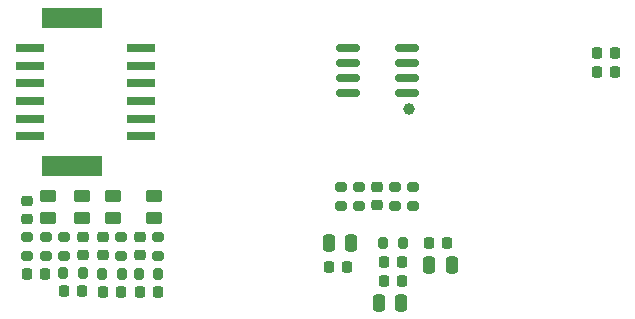
<source format=gtp>
G04 #@! TF.GenerationSoftware,KiCad,Pcbnew,(6.0.5)*
G04 #@! TF.CreationDate,2022-08-10T11:04:04+08:00*
G04 #@! TF.ProjectId,SX7H02050048,53583748-3032-4303-9530-3034382e6b69,rev?*
G04 #@! TF.SameCoordinates,PX59a5380PY6d321a0*
G04 #@! TF.FileFunction,Paste,Top*
G04 #@! TF.FilePolarity,Positive*
%FSLAX46Y46*%
G04 Gerber Fmt 4.6, Leading zero omitted, Abs format (unit mm)*
G04 Created by KiCad (PCBNEW (6.0.5)) date 2022-08-10 11:04:04*
%MOMM*%
%LPD*%
G01*
G04 APERTURE LIST*
G04 Aperture macros list*
%AMRoundRect*
0 Rectangle with rounded corners*
0 $1 Rounding radius*
0 $2 $3 $4 $5 $6 $7 $8 $9 X,Y pos of 4 corners*
0 Add a 4 corners polygon primitive as box body*
4,1,4,$2,$3,$4,$5,$6,$7,$8,$9,$2,$3,0*
0 Add four circle primitives for the rounded corners*
1,1,$1+$1,$2,$3*
1,1,$1+$1,$4,$5*
1,1,$1+$1,$6,$7*
1,1,$1+$1,$8,$9*
0 Add four rect primitives between the rounded corners*
20,1,$1+$1,$2,$3,$4,$5,0*
20,1,$1+$1,$4,$5,$6,$7,0*
20,1,$1+$1,$6,$7,$8,$9,0*
20,1,$1+$1,$8,$9,$2,$3,0*%
G04 Aperture macros list end*
%ADD10RoundRect,0.200000X0.275000X-0.200000X0.275000X0.200000X-0.275000X0.200000X-0.275000X-0.200000X0*%
%ADD11RoundRect,0.225000X0.225000X0.250000X-0.225000X0.250000X-0.225000X-0.250000X0.225000X-0.250000X0*%
%ADD12RoundRect,0.225000X-0.225000X-0.250000X0.225000X-0.250000X0.225000X0.250000X-0.225000X0.250000X0*%
%ADD13RoundRect,0.225000X-0.250000X0.225000X-0.250000X-0.225000X0.250000X-0.225000X0.250000X0.225000X0*%
%ADD14C,1.000000*%
%ADD15RoundRect,0.150000X0.825000X0.150000X-0.825000X0.150000X-0.825000X-0.150000X0.825000X-0.150000X0*%
%ADD16RoundRect,0.250000X-0.450000X0.262500X-0.450000X-0.262500X0.450000X-0.262500X0.450000X0.262500X0*%
%ADD17RoundRect,0.200000X-0.200000X-0.275000X0.200000X-0.275000X0.200000X0.275000X-0.200000X0.275000X0*%
%ADD18RoundRect,0.200000X-0.275000X0.200000X-0.275000X-0.200000X0.275000X-0.200000X0.275000X0.200000X0*%
%ADD19RoundRect,0.250000X0.250000X0.475000X-0.250000X0.475000X-0.250000X-0.475000X0.250000X-0.475000X0*%
%ADD20RoundRect,0.250000X-0.250000X-0.475000X0.250000X-0.475000X0.250000X0.475000X-0.250000X0.475000X0*%
%ADD21RoundRect,0.200000X0.200000X0.275000X-0.200000X0.275000X-0.200000X-0.275000X0.200000X-0.275000X0*%
%ADD22R,2.450000X0.800000*%
%ADD23R,5.050000X1.800000*%
%ADD24RoundRect,0.225000X0.250000X-0.225000X0.250000X0.225000X-0.250000X0.225000X-0.250000X-0.225000X0*%
G04 APERTURE END LIST*
D10*
G04 #@! TO.C,R124*
X5466400Y19022400D03*
X5466400Y20672400D03*
G04 #@! TD*
D11*
G04 #@! TO.C,C121*
X34061000Y16921760D03*
X32511000Y16921760D03*
G04 #@! TD*
D12*
G04 #@! TO.C,C144*
X50555000Y36200000D03*
X52105000Y36200000D03*
G04 #@! TD*
D13*
G04 #@! TO.C,C129*
X7041200Y20622400D03*
X7041200Y19072400D03*
G04 #@! TD*
D12*
G04 #@! TO.C,C118*
X36323000Y20100760D03*
X37873000Y20100760D03*
G04 #@! TD*
D14*
G04 #@! TO.C,U103*
X34651000Y31442000D03*
D15*
X34459000Y32839000D03*
X34459000Y34109000D03*
X34459000Y35379000D03*
X34459000Y36649000D03*
X29509000Y36649000D03*
X29509000Y35379000D03*
X29509000Y34109000D03*
X29509000Y32839000D03*
G04 #@! TD*
D16*
G04 #@! TO.C,R132*
X6956533Y24074100D03*
X6956533Y22249100D03*
G04 #@! TD*
G04 #@! TO.C,R131*
X13069466Y24074100D03*
X13069466Y22249100D03*
G04 #@! TD*
D11*
G04 #@! TO.C,C124*
X13404200Y15998800D03*
X11854200Y15998800D03*
G04 #@! TD*
D17*
G04 #@! TO.C,R127*
X11804200Y17522800D03*
X13454200Y17522800D03*
G04 #@! TD*
D11*
G04 #@! TO.C,C145*
X52095000Y34630000D03*
X50545000Y34630000D03*
G04 #@! TD*
D17*
G04 #@! TO.C,R126*
X8705400Y17522800D03*
X10355400Y17522800D03*
G04 #@! TD*
D18*
G04 #@! TO.C,R110*
X30460000Y24901000D03*
X30460000Y23251000D03*
G04 #@! TD*
D12*
G04 #@! TO.C,C113*
X27907000Y18107000D03*
X29457000Y18107000D03*
G04 #@! TD*
D19*
G04 #@! TO.C,C119*
X34016000Y15059000D03*
X32116000Y15059000D03*
G04 #@! TD*
D13*
G04 #@! TO.C,C128*
X11867200Y20622400D03*
X11867200Y19072400D03*
G04 #@! TD*
D18*
G04 #@! TO.C,R119*
X28936000Y24901000D03*
X28936000Y23251000D03*
G04 #@! TD*
D13*
G04 #@! TO.C,C127*
X8717600Y20622400D03*
X8717600Y19072400D03*
G04 #@! TD*
G04 #@! TO.C,C122*
X31984000Y24851000D03*
X31984000Y23301000D03*
G04 #@! TD*
D16*
G04 #@! TO.C,R133*
X4094800Y24074100D03*
X4094800Y22249100D03*
G04 #@! TD*
D10*
G04 #@! TO.C,R116*
X33508000Y23251000D03*
X33508000Y24901000D03*
G04 #@! TD*
D12*
G04 #@! TO.C,C125*
X5453400Y16049600D03*
X7003400Y16049600D03*
G04 #@! TD*
G04 #@! TO.C,C126*
X2303800Y17522800D03*
X3853800Y17522800D03*
G04 #@! TD*
D10*
G04 #@! TO.C,R122*
X10292400Y19022400D03*
X10292400Y20672400D03*
G04 #@! TD*
D20*
G04 #@! TO.C,C116*
X27859000Y20139000D03*
X29759000Y20139000D03*
G04 #@! TD*
D21*
G04 #@! TO.C,L103*
X34145000Y20139000D03*
X32495000Y20139000D03*
G04 #@! TD*
D22*
G04 #@! TO.C,J2*
X11944400Y36647700D03*
X2544393Y36647700D03*
X11944400Y35147700D03*
X2544393Y35147700D03*
X11944400Y33647701D03*
X2544393Y33647701D03*
X11944400Y32147699D03*
X2544393Y32147699D03*
X11944400Y30647699D03*
X2544393Y30647699D03*
X11944400Y29147700D03*
X2544393Y29147700D03*
D23*
X6144386Y39177700D03*
X6144386Y26617700D03*
G04 #@! TD*
D24*
G04 #@! TO.C,C130*
X2316800Y22132600D03*
X2316800Y23682600D03*
G04 #@! TD*
D16*
G04 #@! TO.C,R130*
X9632000Y24074100D03*
X9632000Y22249100D03*
G04 #@! TD*
D20*
G04 #@! TO.C,C117*
X36368000Y18234000D03*
X38268000Y18234000D03*
G04 #@! TD*
D10*
G04 #@! TO.C,R125*
X2316800Y19022400D03*
X2316800Y20672400D03*
G04 #@! TD*
D21*
G04 #@! TO.C,R128*
X7053400Y17573600D03*
X5403400Y17573600D03*
G04 #@! TD*
D10*
G04 #@! TO.C,R109*
X35032000Y23251000D03*
X35032000Y24901000D03*
G04 #@! TD*
G04 #@! TO.C,R129*
X3891600Y19022400D03*
X3891600Y20672400D03*
G04 #@! TD*
D11*
G04 #@! TO.C,C123*
X10305400Y15998800D03*
X8755400Y15998800D03*
G04 #@! TD*
D10*
G04 #@! TO.C,R123*
X13442000Y19022400D03*
X13442000Y20672400D03*
G04 #@! TD*
D11*
G04 #@! TO.C,C120*
X34061000Y18488000D03*
X32511000Y18488000D03*
G04 #@! TD*
M02*

</source>
